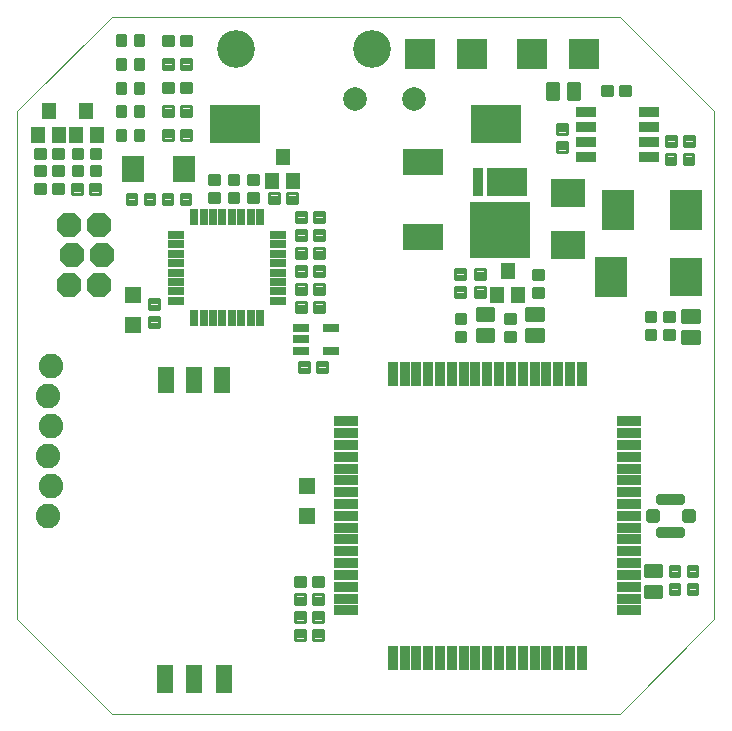
<source format=gts>
G75*
G70*
%OFA0B0*%
%FSLAX24Y24*%
%IPPOS*%
%LPD*%
%AMOC8*
5,1,8,0,0,1.08239X$1,22.5*
%
%ADD10C,0.0000*%
%ADD11R,0.0340X0.0840*%
%ADD12R,0.0840X0.0340*%
%ADD13C,0.0107*%
%ADD14R,0.0552X0.0946*%
%ADD15R,0.0552X0.0867*%
%ADD16R,0.0680X0.0330*%
%ADD17R,0.1080X0.1280*%
%ADD18R,0.1080X0.1330*%
%ADD19C,0.0120*%
%ADD20R,0.1064X0.1340*%
%ADD21R,0.1160X0.0930*%
%ADD22C,0.0190*%
%ADD23C,0.0240*%
%ADD24R,0.0300X0.0580*%
%ADD25R,0.0580X0.0300*%
%ADD26OC8,0.0820*%
%ADD27R,0.1380X0.0880*%
%ADD28C,0.1261*%
%ADD29R,0.1261X0.1261*%
%ADD30R,0.0320X0.0950*%
%ADD31R,0.1340X0.0946*%
%ADD32R,0.2049X0.1852*%
%ADD33R,0.1025X0.1025*%
%ADD34R,0.0552X0.0297*%
%ADD35C,0.0820*%
%ADD36R,0.0480X0.0530*%
%ADD37R,0.0580X0.0580*%
%ADD38C,0.0095*%
%ADD39C,0.0789*%
%ADD40R,0.0780X0.0880*%
D10*
X003294Y001045D02*
X000144Y004194D01*
X000144Y021124D01*
X003294Y024273D01*
X020223Y024273D01*
X023373Y021124D01*
X023373Y004194D01*
X020223Y001045D01*
X003294Y001045D01*
D11*
X012656Y002911D03*
X013050Y002911D03*
X013443Y002911D03*
X013837Y002911D03*
X014231Y002911D03*
X014625Y002911D03*
X015018Y002911D03*
X015412Y002911D03*
X015806Y002911D03*
X016199Y002911D03*
X016593Y002911D03*
X016987Y002911D03*
X017380Y002911D03*
X017774Y002911D03*
X018168Y002911D03*
X018562Y002911D03*
X018955Y002911D03*
X018955Y012360D03*
X018562Y012360D03*
X018168Y012360D03*
X017774Y012360D03*
X017380Y012360D03*
X016987Y012360D03*
X016593Y012360D03*
X016199Y012360D03*
X015806Y012360D03*
X015412Y012360D03*
X015018Y012360D03*
X014625Y012360D03*
X014231Y012360D03*
X013837Y012360D03*
X013443Y012360D03*
X013050Y012360D03*
X012656Y012360D03*
D12*
X011081Y010785D03*
X011081Y010391D03*
X011081Y009998D03*
X011081Y009604D03*
X011081Y009210D03*
X011081Y008816D03*
X011081Y008423D03*
X011081Y008029D03*
X011081Y007635D03*
X011081Y007242D03*
X011081Y006848D03*
X011081Y006454D03*
X011081Y006061D03*
X011081Y005667D03*
X011081Y005273D03*
X011081Y004879D03*
X011081Y004486D03*
X020530Y004486D03*
X020530Y004879D03*
X020530Y005273D03*
X020530Y005667D03*
X020530Y006061D03*
X020530Y006454D03*
X020530Y006848D03*
X020530Y007242D03*
X020530Y007635D03*
X020530Y008029D03*
X020530Y008423D03*
X020530Y008816D03*
X020530Y009210D03*
X020530Y009604D03*
X020530Y009998D03*
X020530Y010391D03*
X020530Y010785D03*
D13*
X021409Y013522D02*
X021409Y013844D01*
X021409Y013522D02*
X021087Y013522D01*
X021087Y013844D01*
X021409Y013844D01*
X021409Y013629D02*
X021087Y013629D01*
X021087Y013736D02*
X021409Y013736D01*
X021409Y013843D02*
X021087Y013843D01*
X021409Y014122D02*
X021409Y014444D01*
X021409Y014122D02*
X021087Y014122D01*
X021087Y014444D01*
X021409Y014444D01*
X021409Y014229D02*
X021087Y014229D01*
X021087Y014336D02*
X021409Y014336D01*
X021409Y014443D02*
X021087Y014443D01*
X022021Y014444D02*
X022021Y014122D01*
X021699Y014122D01*
X021699Y014444D01*
X022021Y014444D01*
X022021Y014229D02*
X021699Y014229D01*
X021699Y014336D02*
X022021Y014336D01*
X022021Y014443D02*
X021699Y014443D01*
X022021Y013844D02*
X022021Y013522D01*
X021699Y013522D01*
X021699Y013844D01*
X022021Y013844D01*
X022021Y013629D02*
X021699Y013629D01*
X021699Y013736D02*
X022021Y013736D01*
X022021Y013843D02*
X021699Y013843D01*
X017656Y014918D02*
X017656Y015240D01*
X017656Y014918D02*
X017334Y014918D01*
X017334Y015240D01*
X017656Y015240D01*
X017656Y015025D02*
X017334Y015025D01*
X017334Y015132D02*
X017656Y015132D01*
X017656Y015239D02*
X017334Y015239D01*
X017656Y015518D02*
X017656Y015840D01*
X017656Y015518D02*
X017334Y015518D01*
X017334Y015840D01*
X017656Y015840D01*
X017656Y015625D02*
X017334Y015625D01*
X017334Y015732D02*
X017656Y015732D01*
X017656Y015839D02*
X017334Y015839D01*
X016394Y014379D02*
X016394Y014057D01*
X016394Y014379D02*
X016716Y014379D01*
X016716Y014057D01*
X016394Y014057D01*
X016394Y014164D02*
X016716Y014164D01*
X016716Y014271D02*
X016394Y014271D01*
X016394Y014378D02*
X016716Y014378D01*
X016394Y013779D02*
X016394Y013457D01*
X016394Y013779D02*
X016716Y013779D01*
X016716Y013457D01*
X016394Y013457D01*
X016394Y013564D02*
X016716Y013564D01*
X016716Y013671D02*
X016394Y013671D01*
X016394Y013778D02*
X016716Y013778D01*
X015410Y014931D02*
X015410Y015253D01*
X015732Y015253D01*
X015732Y014931D01*
X015410Y014931D01*
X015410Y015038D02*
X015732Y015038D01*
X015732Y015145D02*
X015410Y015145D01*
X015410Y015252D02*
X015732Y015252D01*
X015410Y015531D02*
X015410Y015853D01*
X015732Y015853D01*
X015732Y015531D01*
X015410Y015531D01*
X015410Y015638D02*
X015732Y015638D01*
X015732Y015745D02*
X015410Y015745D01*
X015410Y015852D02*
X015732Y015852D01*
X015055Y015856D02*
X015055Y015534D01*
X014733Y015534D01*
X014733Y015856D01*
X015055Y015856D01*
X015055Y015641D02*
X014733Y015641D01*
X014733Y015748D02*
X015055Y015748D01*
X015055Y015855D02*
X014733Y015855D01*
X015055Y015256D02*
X015055Y014934D01*
X014733Y014934D01*
X014733Y015256D01*
X015055Y015256D01*
X015055Y015041D02*
X014733Y015041D01*
X014733Y015148D02*
X015055Y015148D01*
X015055Y015255D02*
X014733Y015255D01*
X014753Y014379D02*
X014753Y014057D01*
X014753Y014379D02*
X015075Y014379D01*
X015075Y014057D01*
X014753Y014057D01*
X014753Y014164D02*
X015075Y014164D01*
X015075Y014271D02*
X014753Y014271D01*
X014753Y014378D02*
X015075Y014378D01*
X014753Y013779D02*
X014753Y013457D01*
X014753Y013779D02*
X015075Y013779D01*
X015075Y013457D01*
X014753Y013457D01*
X014753Y013564D02*
X015075Y013564D01*
X015075Y013671D02*
X014753Y013671D01*
X014753Y013778D02*
X015075Y013778D01*
X010455Y012434D02*
X010133Y012434D01*
X010133Y012756D01*
X010455Y012756D01*
X010455Y012434D01*
X010455Y012541D02*
X010133Y012541D01*
X010133Y012648D02*
X010455Y012648D01*
X010455Y012755D02*
X010133Y012755D01*
X009855Y012434D02*
X009533Y012434D01*
X009533Y012756D01*
X009855Y012756D01*
X009855Y012434D01*
X009855Y012541D02*
X009533Y012541D01*
X009533Y012648D02*
X009855Y012648D01*
X009855Y012755D02*
X009533Y012755D01*
X009439Y014433D02*
X009761Y014433D01*
X009439Y014433D02*
X009439Y014755D01*
X009761Y014755D01*
X009761Y014433D01*
X009761Y014540D02*
X009439Y014540D01*
X009439Y014647D02*
X009761Y014647D01*
X009761Y014754D02*
X009439Y014754D01*
X009439Y015349D02*
X009761Y015349D01*
X009761Y015027D01*
X009439Y015027D01*
X009439Y015349D01*
X009439Y015134D02*
X009761Y015134D01*
X009761Y015241D02*
X009439Y015241D01*
X009439Y015348D02*
X009761Y015348D01*
X009755Y015956D02*
X009433Y015956D01*
X009755Y015956D02*
X009755Y015634D01*
X009433Y015634D01*
X009433Y015956D01*
X009433Y015741D02*
X009755Y015741D01*
X009755Y015848D02*
X009433Y015848D01*
X009433Y015955D02*
X009755Y015955D01*
X009764Y016228D02*
X009442Y016228D01*
X009442Y016550D01*
X009764Y016550D01*
X009764Y016228D01*
X009764Y016335D02*
X009442Y016335D01*
X009442Y016442D02*
X009764Y016442D01*
X009764Y016549D02*
X009442Y016549D01*
X009433Y017156D02*
X009755Y017156D01*
X009755Y016834D01*
X009433Y016834D01*
X009433Y017156D01*
X009433Y016941D02*
X009755Y016941D01*
X009755Y017048D02*
X009433Y017048D01*
X009433Y017155D02*
X009755Y017155D01*
X010033Y017156D02*
X010355Y017156D01*
X010355Y016834D01*
X010033Y016834D01*
X010033Y017156D01*
X010033Y016941D02*
X010355Y016941D01*
X010355Y017048D02*
X010033Y017048D01*
X010033Y017155D02*
X010355Y017155D01*
X010351Y017757D02*
X010029Y017757D01*
X010351Y017757D02*
X010351Y017435D01*
X010029Y017435D01*
X010029Y017757D01*
X010029Y017542D02*
X010351Y017542D01*
X010351Y017649D02*
X010029Y017649D01*
X010029Y017756D02*
X010351Y017756D01*
X009751Y017757D02*
X009429Y017757D01*
X009751Y017757D02*
X009751Y017435D01*
X009429Y017435D01*
X009429Y017757D01*
X009429Y017542D02*
X009751Y017542D01*
X009751Y017649D02*
X009429Y017649D01*
X009429Y017756D02*
X009751Y017756D01*
X009454Y018386D02*
X009132Y018386D01*
X009454Y018386D02*
X009454Y018064D01*
X009132Y018064D01*
X009132Y018386D01*
X009132Y018171D02*
X009454Y018171D01*
X009454Y018278D02*
X009132Y018278D01*
X009132Y018385D02*
X009454Y018385D01*
X008854Y018386D02*
X008532Y018386D01*
X008854Y018386D02*
X008854Y018064D01*
X008532Y018064D01*
X008532Y018386D01*
X008532Y018171D02*
X008854Y018171D01*
X008854Y018278D02*
X008532Y018278D01*
X008532Y018385D02*
X008854Y018385D01*
X007833Y018406D02*
X007833Y018084D01*
X007833Y018406D02*
X008155Y018406D01*
X008155Y018084D01*
X007833Y018084D01*
X007833Y018191D02*
X008155Y018191D01*
X008155Y018298D02*
X007833Y018298D01*
X007833Y018405D02*
X008155Y018405D01*
X007833Y018684D02*
X007833Y019006D01*
X008155Y019006D01*
X008155Y018684D01*
X007833Y018684D01*
X007833Y018791D02*
X008155Y018791D01*
X008155Y018898D02*
X007833Y018898D01*
X007833Y019005D02*
X008155Y019005D01*
X007183Y019006D02*
X007183Y018684D01*
X007183Y019006D02*
X007505Y019006D01*
X007505Y018684D01*
X007183Y018684D01*
X007183Y018791D02*
X007505Y018791D01*
X007505Y018898D02*
X007183Y018898D01*
X007183Y019005D02*
X007505Y019005D01*
X007183Y018406D02*
X007183Y018084D01*
X007183Y018406D02*
X007505Y018406D01*
X007505Y018084D01*
X007183Y018084D01*
X007183Y018191D02*
X007505Y018191D01*
X007505Y018298D02*
X007183Y018298D01*
X007183Y018405D02*
X007505Y018405D01*
X006533Y018406D02*
X006533Y018084D01*
X006533Y018406D02*
X006855Y018406D01*
X006855Y018084D01*
X006533Y018084D01*
X006533Y018191D02*
X006855Y018191D01*
X006855Y018298D02*
X006533Y018298D01*
X006533Y018405D02*
X006855Y018405D01*
X006533Y018684D02*
X006533Y019006D01*
X006855Y019006D01*
X006855Y018684D01*
X006533Y018684D01*
X006533Y018791D02*
X006855Y018791D01*
X006855Y018898D02*
X006533Y018898D01*
X006533Y019005D02*
X006855Y019005D01*
X005905Y018034D02*
X005583Y018034D01*
X005583Y018356D01*
X005905Y018356D01*
X005905Y018034D01*
X005905Y018141D02*
X005583Y018141D01*
X005583Y018248D02*
X005905Y018248D01*
X005905Y018355D02*
X005583Y018355D01*
X005305Y018034D02*
X004983Y018034D01*
X004983Y018356D01*
X005305Y018356D01*
X005305Y018034D01*
X005305Y018141D02*
X004983Y018141D01*
X004983Y018248D02*
X005305Y018248D01*
X005305Y018355D02*
X004983Y018355D01*
X004705Y018356D02*
X004383Y018356D01*
X004705Y018356D02*
X004705Y018034D01*
X004383Y018034D01*
X004383Y018356D01*
X004383Y018141D02*
X004705Y018141D01*
X004705Y018248D02*
X004383Y018248D01*
X004383Y018355D02*
X004705Y018355D01*
X004105Y018356D02*
X003783Y018356D01*
X004105Y018356D02*
X004105Y018034D01*
X003783Y018034D01*
X003783Y018356D01*
X003783Y018141D02*
X004105Y018141D01*
X004105Y018248D02*
X003783Y018248D01*
X003783Y018355D02*
X004105Y018355D01*
X002901Y018376D02*
X002579Y018376D01*
X002579Y018698D01*
X002901Y018698D01*
X002901Y018376D01*
X002901Y018483D02*
X002579Y018483D01*
X002579Y018590D02*
X002901Y018590D01*
X002901Y018697D02*
X002579Y018697D01*
X002301Y018376D02*
X001979Y018376D01*
X001979Y018698D01*
X002301Y018698D01*
X002301Y018376D01*
X002301Y018483D02*
X001979Y018483D01*
X001979Y018590D02*
X002301Y018590D01*
X002301Y018697D02*
X001979Y018697D01*
X001983Y018984D02*
X002305Y018984D01*
X001983Y018984D02*
X001983Y019306D01*
X002305Y019306D01*
X002305Y018984D01*
X002305Y019091D02*
X001983Y019091D01*
X001983Y019198D02*
X002305Y019198D01*
X002305Y019305D02*
X001983Y019305D01*
X001981Y019878D02*
X002303Y019878D01*
X002303Y019556D01*
X001981Y019556D01*
X001981Y019878D01*
X001981Y019663D02*
X002303Y019663D01*
X002303Y019770D02*
X001981Y019770D01*
X001981Y019877D02*
X002303Y019877D01*
X002581Y019878D02*
X002903Y019878D01*
X002903Y019556D01*
X002581Y019556D01*
X002581Y019878D01*
X002581Y019663D02*
X002903Y019663D01*
X002903Y019770D02*
X002581Y019770D01*
X002581Y019877D02*
X002903Y019877D01*
X002905Y018984D02*
X002583Y018984D01*
X002583Y019306D01*
X002905Y019306D01*
X002905Y018984D01*
X002905Y019091D02*
X002583Y019091D01*
X002583Y019198D02*
X002905Y019198D01*
X002905Y019305D02*
X002583Y019305D01*
X001655Y018984D02*
X001333Y018984D01*
X001333Y019306D01*
X001655Y019306D01*
X001655Y018984D01*
X001655Y019091D02*
X001333Y019091D01*
X001333Y019198D02*
X001655Y019198D01*
X001655Y019305D02*
X001333Y019305D01*
X001328Y019878D02*
X001650Y019878D01*
X001650Y019556D01*
X001328Y019556D01*
X001328Y019878D01*
X001328Y019663D02*
X001650Y019663D01*
X001650Y019770D02*
X001328Y019770D01*
X001328Y019877D02*
X001650Y019877D01*
X001050Y019878D02*
X000728Y019878D01*
X001050Y019878D02*
X001050Y019556D01*
X000728Y019556D01*
X000728Y019878D01*
X000728Y019663D02*
X001050Y019663D01*
X001050Y019770D02*
X000728Y019770D01*
X000728Y019877D02*
X001050Y019877D01*
X001055Y018984D02*
X000733Y018984D01*
X000733Y019306D01*
X001055Y019306D01*
X001055Y018984D01*
X001055Y019091D02*
X000733Y019091D01*
X000733Y019198D02*
X001055Y019198D01*
X001055Y019305D02*
X000733Y019305D01*
X000733Y018706D02*
X001055Y018706D01*
X001055Y018384D01*
X000733Y018384D01*
X000733Y018706D01*
X000733Y018491D02*
X001055Y018491D01*
X001055Y018598D02*
X000733Y018598D01*
X000733Y018705D02*
X001055Y018705D01*
X001333Y018706D02*
X001655Y018706D01*
X001655Y018384D01*
X001333Y018384D01*
X001333Y018706D01*
X001333Y018491D02*
X001655Y018491D01*
X001655Y018598D02*
X001333Y018598D01*
X001333Y018705D02*
X001655Y018705D01*
X005001Y020497D02*
X005323Y020497D01*
X005323Y020175D01*
X005001Y020175D01*
X005001Y020497D01*
X005001Y020282D02*
X005323Y020282D01*
X005323Y020389D02*
X005001Y020389D01*
X005001Y020496D02*
X005323Y020496D01*
X005601Y020497D02*
X005923Y020497D01*
X005923Y020175D01*
X005601Y020175D01*
X005601Y020497D01*
X005601Y020282D02*
X005923Y020282D01*
X005923Y020389D02*
X005601Y020389D01*
X005601Y020496D02*
X005923Y020496D01*
X005923Y021285D02*
X005601Y021285D01*
X005923Y021285D02*
X005923Y020963D01*
X005601Y020963D01*
X005601Y021285D01*
X005601Y021070D02*
X005923Y021070D01*
X005923Y021177D02*
X005601Y021177D01*
X005601Y021284D02*
X005923Y021284D01*
X005923Y022072D02*
X005601Y022072D01*
X005923Y022072D02*
X005923Y021750D01*
X005601Y021750D01*
X005601Y022072D01*
X005601Y021857D02*
X005923Y021857D01*
X005923Y021964D02*
X005601Y021964D01*
X005601Y022071D02*
X005923Y022071D01*
X005923Y022537D02*
X005601Y022537D01*
X005601Y022859D01*
X005923Y022859D01*
X005923Y022537D01*
X005923Y022644D02*
X005601Y022644D01*
X005601Y022751D02*
X005923Y022751D01*
X005923Y022858D02*
X005601Y022858D01*
X005323Y022537D02*
X005001Y022537D01*
X005001Y022859D01*
X005323Y022859D01*
X005323Y022537D01*
X005323Y022644D02*
X005001Y022644D01*
X005001Y022751D02*
X005323Y022751D01*
X005323Y022858D02*
X005001Y022858D01*
X005001Y023325D02*
X005323Y023325D01*
X005001Y023325D02*
X005001Y023647D01*
X005323Y023647D01*
X005323Y023325D01*
X005323Y023432D02*
X005001Y023432D01*
X005001Y023539D02*
X005323Y023539D01*
X005323Y023646D02*
X005001Y023646D01*
X005601Y023325D02*
X005923Y023325D01*
X005601Y023325D02*
X005601Y023647D01*
X005923Y023647D01*
X005923Y023325D01*
X005923Y023432D02*
X005601Y023432D01*
X005601Y023539D02*
X005923Y023539D01*
X005923Y023646D02*
X005601Y023646D01*
X005323Y022072D02*
X005001Y022072D01*
X005323Y022072D02*
X005323Y021750D01*
X005001Y021750D01*
X005001Y022072D01*
X005001Y021857D02*
X005323Y021857D01*
X005323Y021964D02*
X005001Y021964D01*
X005001Y022071D02*
X005323Y022071D01*
X005323Y021285D02*
X005001Y021285D01*
X005323Y021285D02*
X005323Y020963D01*
X005001Y020963D01*
X005001Y021285D01*
X005001Y021070D02*
X005323Y021070D01*
X005323Y021177D02*
X005001Y021177D01*
X005001Y021284D02*
X005323Y021284D01*
X010042Y016228D02*
X010364Y016228D01*
X010042Y016228D02*
X010042Y016550D01*
X010364Y016550D01*
X010364Y016228D01*
X010364Y016335D02*
X010042Y016335D01*
X010042Y016442D02*
X010364Y016442D01*
X010364Y016549D02*
X010042Y016549D01*
X010033Y015956D02*
X010355Y015956D01*
X010355Y015634D01*
X010033Y015634D01*
X010033Y015956D01*
X010033Y015741D02*
X010355Y015741D01*
X010355Y015848D02*
X010033Y015848D01*
X010033Y015955D02*
X010355Y015955D01*
X010361Y015349D02*
X010039Y015349D01*
X010361Y015349D02*
X010361Y015027D01*
X010039Y015027D01*
X010039Y015349D01*
X010039Y015134D02*
X010361Y015134D01*
X010361Y015241D02*
X010039Y015241D01*
X010039Y015348D02*
X010361Y015348D01*
X010361Y014433D02*
X010039Y014433D01*
X010039Y014755D01*
X010361Y014755D01*
X010361Y014433D01*
X010361Y014540D02*
X010039Y014540D01*
X010039Y014647D02*
X010361Y014647D01*
X010361Y014754D02*
X010039Y014754D01*
X004533Y014856D02*
X004533Y014534D01*
X004533Y014856D02*
X004855Y014856D01*
X004855Y014534D01*
X004533Y014534D01*
X004533Y014641D02*
X004855Y014641D01*
X004855Y014748D02*
X004533Y014748D01*
X004533Y014855D02*
X004855Y014855D01*
X004533Y014256D02*
X004533Y013934D01*
X004533Y014256D02*
X004855Y014256D01*
X004855Y013934D01*
X004533Y013934D01*
X004533Y014041D02*
X004855Y014041D01*
X004855Y014148D02*
X004533Y014148D01*
X004533Y014255D02*
X004855Y014255D01*
X009407Y005603D02*
X009729Y005603D01*
X009729Y005281D01*
X009407Y005281D01*
X009407Y005603D01*
X009407Y005388D02*
X009729Y005388D01*
X009729Y005495D02*
X009407Y005495D01*
X009407Y005602D02*
X009729Y005602D01*
X010007Y005603D02*
X010329Y005603D01*
X010329Y005281D01*
X010007Y005281D01*
X010007Y005603D01*
X010007Y005388D02*
X010329Y005388D01*
X010329Y005495D02*
X010007Y005495D01*
X010007Y005602D02*
X010329Y005602D01*
X010323Y004700D02*
X010001Y004700D01*
X010001Y005022D01*
X010323Y005022D01*
X010323Y004700D01*
X010323Y004807D02*
X010001Y004807D01*
X010001Y004914D02*
X010323Y004914D01*
X010323Y005021D02*
X010001Y005021D01*
X009723Y004700D02*
X009401Y004700D01*
X009401Y005022D01*
X009723Y005022D01*
X009723Y004700D01*
X009723Y004807D02*
X009401Y004807D01*
X009401Y004914D02*
X009723Y004914D01*
X009723Y005021D02*
X009401Y005021D01*
X009401Y004112D02*
X009723Y004112D01*
X009401Y004112D02*
X009401Y004434D01*
X009723Y004434D01*
X009723Y004112D01*
X009723Y004219D02*
X009401Y004219D01*
X009401Y004326D02*
X009723Y004326D01*
X009723Y004433D02*
X009401Y004433D01*
X009394Y003511D02*
X009716Y003511D01*
X009394Y003511D02*
X009394Y003833D01*
X009716Y003833D01*
X009716Y003511D01*
X009716Y003618D02*
X009394Y003618D01*
X009394Y003725D02*
X009716Y003725D01*
X009716Y003832D02*
X009394Y003832D01*
X009994Y003511D02*
X010316Y003511D01*
X009994Y003511D02*
X009994Y003833D01*
X010316Y003833D01*
X010316Y003511D01*
X010316Y003618D02*
X009994Y003618D01*
X009994Y003725D02*
X010316Y003725D01*
X010316Y003832D02*
X009994Y003832D01*
X010001Y004112D02*
X010323Y004112D01*
X010001Y004112D02*
X010001Y004434D01*
X010323Y004434D01*
X010323Y004112D01*
X010323Y004219D02*
X010001Y004219D01*
X010001Y004326D02*
X010323Y004326D01*
X010323Y004433D02*
X010001Y004433D01*
X022205Y005034D02*
X022205Y005356D01*
X022205Y005034D02*
X021883Y005034D01*
X021883Y005356D01*
X022205Y005356D01*
X022205Y005141D02*
X021883Y005141D01*
X021883Y005248D02*
X022205Y005248D01*
X022205Y005355D02*
X021883Y005355D01*
X022205Y005634D02*
X022205Y005956D01*
X022205Y005634D02*
X021883Y005634D01*
X021883Y005956D01*
X022205Y005956D01*
X022205Y005741D02*
X021883Y005741D01*
X021883Y005848D02*
X022205Y005848D01*
X022205Y005955D02*
X021883Y005955D01*
X022805Y005956D02*
X022805Y005634D01*
X022483Y005634D01*
X022483Y005956D01*
X022805Y005956D01*
X022805Y005741D02*
X022483Y005741D01*
X022483Y005848D02*
X022805Y005848D01*
X022805Y005955D02*
X022483Y005955D01*
X022805Y005356D02*
X022805Y005034D01*
X022483Y005034D01*
X022483Y005356D01*
X022805Y005356D01*
X022805Y005141D02*
X022483Y005141D01*
X022483Y005248D02*
X022805Y005248D01*
X022805Y005355D02*
X022483Y005355D01*
X022354Y019360D02*
X022676Y019360D01*
X022354Y019360D02*
X022354Y019682D01*
X022676Y019682D01*
X022676Y019360D01*
X022676Y019467D02*
X022354Y019467D01*
X022354Y019574D02*
X022676Y019574D01*
X022676Y019681D02*
X022354Y019681D01*
X022076Y019360D02*
X021754Y019360D01*
X021754Y019682D01*
X022076Y019682D01*
X022076Y019360D01*
X022076Y019467D02*
X021754Y019467D01*
X021754Y019574D02*
X022076Y019574D01*
X022076Y019681D02*
X021754Y019681D01*
X021762Y019972D02*
X022084Y019972D01*
X021762Y019972D02*
X021762Y020294D01*
X022084Y020294D01*
X022084Y019972D01*
X022084Y020079D02*
X021762Y020079D01*
X021762Y020186D02*
X022084Y020186D01*
X022084Y020293D02*
X021762Y020293D01*
X022362Y019972D02*
X022684Y019972D01*
X022362Y019972D02*
X022362Y020294D01*
X022684Y020294D01*
X022684Y019972D01*
X022684Y020079D02*
X022362Y020079D01*
X022362Y020186D02*
X022684Y020186D01*
X022684Y020293D02*
X022362Y020293D01*
X020563Y021975D02*
X020241Y021975D01*
X020563Y021975D02*
X020563Y021653D01*
X020241Y021653D01*
X020241Y021975D01*
X020241Y021760D02*
X020563Y021760D01*
X020563Y021867D02*
X020241Y021867D01*
X020241Y021974D02*
X020563Y021974D01*
X019963Y021975D02*
X019641Y021975D01*
X019963Y021975D02*
X019963Y021653D01*
X019641Y021653D01*
X019641Y021975D01*
X019641Y021760D02*
X019963Y021760D01*
X019963Y021867D02*
X019641Y021867D01*
X019641Y021974D02*
X019963Y021974D01*
X018453Y020696D02*
X018453Y020374D01*
X018131Y020374D01*
X018131Y020696D01*
X018453Y020696D01*
X018453Y020481D02*
X018131Y020481D01*
X018131Y020588D02*
X018453Y020588D01*
X018453Y020695D02*
X018131Y020695D01*
X018453Y020096D02*
X018453Y019774D01*
X018131Y019774D01*
X018131Y020096D01*
X018453Y020096D01*
X018453Y019881D02*
X018131Y019881D01*
X018131Y019988D02*
X018453Y019988D01*
X018453Y020095D02*
X018131Y020095D01*
D14*
X007038Y002211D03*
X006014Y002195D03*
X005050Y002211D03*
D15*
X005081Y012152D03*
X006042Y012160D03*
X006971Y012160D03*
D16*
X019080Y019594D03*
X019080Y020094D03*
X019080Y020594D03*
X019080Y021094D03*
X021180Y021094D03*
X021180Y020594D03*
X021180Y020094D03*
X021180Y019594D03*
D17*
X022414Y015593D03*
D18*
X019914Y015593D03*
D19*
X017649Y014525D02*
X017649Y014165D01*
X017139Y014165D01*
X017139Y014525D01*
X017649Y014525D01*
X017649Y014284D02*
X017139Y014284D01*
X017139Y014403D02*
X017649Y014403D01*
X017649Y014522D02*
X017139Y014522D01*
X017649Y013825D02*
X017649Y013465D01*
X017139Y013465D01*
X017139Y013825D01*
X017649Y013825D01*
X017649Y013584D02*
X017139Y013584D01*
X017139Y013703D02*
X017649Y013703D01*
X017649Y013822D02*
X017139Y013822D01*
X015999Y013825D02*
X015999Y013465D01*
X015489Y013465D01*
X015489Y013825D01*
X015999Y013825D01*
X015999Y013584D02*
X015489Y013584D01*
X015489Y013703D02*
X015999Y013703D01*
X015999Y013822D02*
X015489Y013822D01*
X015999Y014165D02*
X015999Y014525D01*
X015999Y014165D02*
X015489Y014165D01*
X015489Y014525D01*
X015999Y014525D01*
X015999Y014284D02*
X015489Y014284D01*
X015489Y014403D02*
X015999Y014403D01*
X015999Y014522D02*
X015489Y014522D01*
X022853Y014463D02*
X022853Y014103D01*
X022343Y014103D01*
X022343Y014463D01*
X022853Y014463D01*
X022853Y014222D02*
X022343Y014222D01*
X022343Y014341D02*
X022853Y014341D01*
X022853Y014460D02*
X022343Y014460D01*
X022853Y013763D02*
X022853Y013403D01*
X022343Y013403D01*
X022343Y013763D01*
X022853Y013763D01*
X022853Y013522D02*
X022343Y013522D01*
X022343Y013641D02*
X022853Y013641D01*
X022853Y013760D02*
X022343Y013760D01*
X021599Y005975D02*
X021599Y005615D01*
X021089Y005615D01*
X021089Y005975D01*
X021599Y005975D01*
X021599Y005734D02*
X021089Y005734D01*
X021089Y005853D02*
X021599Y005853D01*
X021599Y005972D02*
X021089Y005972D01*
X021599Y005275D02*
X021599Y004915D01*
X021089Y004915D01*
X021089Y005275D01*
X021599Y005275D01*
X021599Y005034D02*
X021089Y005034D01*
X021089Y005153D02*
X021599Y005153D01*
X021599Y005272D02*
X021089Y005272D01*
X018878Y021532D02*
X018518Y021532D01*
X018518Y022042D01*
X018878Y022042D01*
X018878Y021532D01*
X018878Y021651D02*
X018518Y021651D01*
X018518Y021770D02*
X018878Y021770D01*
X018878Y021889D02*
X018518Y021889D01*
X018518Y022008D02*
X018878Y022008D01*
X018178Y021532D02*
X017818Y021532D01*
X017818Y022042D01*
X018178Y022042D01*
X018178Y021532D01*
X018178Y021651D02*
X017818Y021651D01*
X017818Y021770D02*
X018178Y021770D01*
X018178Y021889D02*
X017818Y021889D01*
X017818Y022008D02*
X018178Y022008D01*
D20*
X020175Y017842D03*
X022419Y017842D03*
D21*
X018482Y018401D03*
X018482Y016661D03*
D22*
X021517Y008090D02*
X022307Y008090D01*
X021517Y008090D02*
X021517Y008280D01*
X022307Y008280D01*
X022307Y008090D01*
X022307Y008279D02*
X021517Y008279D01*
X021517Y006990D02*
X022307Y006990D01*
X021517Y006990D02*
X021517Y007180D01*
X022307Y007180D01*
X022307Y006990D01*
X022307Y007179D02*
X021517Y007179D01*
D23*
X021432Y007755D02*
X021192Y007755D01*
X021432Y007755D02*
X021432Y007515D01*
X021192Y007515D01*
X021192Y007755D01*
X021192Y007754D02*
X021432Y007754D01*
X022392Y007755D02*
X022632Y007755D01*
X022632Y007515D01*
X022392Y007515D01*
X022392Y007755D01*
X022392Y007754D02*
X022632Y007754D01*
D24*
X008238Y014215D03*
X007923Y014215D03*
X007608Y014215D03*
X007293Y014215D03*
X006978Y014215D03*
X006663Y014215D03*
X006348Y014215D03*
X006033Y014215D03*
X006033Y017595D03*
X006348Y017595D03*
X006663Y017595D03*
X006978Y017595D03*
X007293Y017595D03*
X007608Y017595D03*
X007923Y017595D03*
X008238Y017595D03*
D25*
X008826Y017007D03*
X008826Y016692D03*
X008826Y016377D03*
X008826Y016062D03*
X008826Y015747D03*
X008826Y015432D03*
X008826Y015117D03*
X008826Y014802D03*
X005446Y014802D03*
X005446Y015117D03*
X005446Y015432D03*
X005446Y015747D03*
X005446Y016062D03*
X005446Y016377D03*
X005446Y016692D03*
X005446Y017007D03*
D26*
X002979Y016347D03*
X001979Y016347D03*
X001879Y015347D03*
X002879Y015347D03*
X002879Y017347D03*
X001879Y017347D03*
D27*
X013677Y016926D03*
X013677Y019426D03*
D28*
X011959Y023182D03*
X007427Y023182D03*
D29*
X007597Y020701D03*
X007203Y020701D03*
X015891Y020701D03*
X016284Y020701D03*
D30*
X015480Y018776D03*
D31*
X016466Y018769D03*
D32*
X016230Y017155D03*
D33*
X015302Y023045D03*
X013569Y023045D03*
X017287Y023047D03*
X019019Y023047D03*
D34*
X010604Y013889D03*
X010604Y013141D03*
X009580Y013141D03*
X009580Y013515D03*
X009580Y013889D03*
D35*
X001268Y012620D03*
X001168Y011620D03*
X001268Y010620D03*
X001168Y009620D03*
X001268Y008620D03*
X001168Y007620D03*
D36*
X008644Y018795D03*
X009344Y018795D03*
X008994Y019595D03*
X002794Y020345D03*
X002094Y020345D03*
X001544Y020345D03*
X000844Y020345D03*
X001194Y021145D03*
X002444Y021145D03*
X016144Y014995D03*
X016844Y014995D03*
X016494Y015795D03*
D37*
X009794Y008645D03*
X009794Y007645D03*
X003994Y013995D03*
X003994Y014995D03*
D38*
X004051Y020168D02*
X004337Y020168D01*
X004051Y020168D02*
X004051Y020504D01*
X004337Y020504D01*
X004337Y020168D01*
X004337Y020262D02*
X004051Y020262D01*
X004051Y020356D02*
X004337Y020356D01*
X004337Y020450D02*
X004051Y020450D01*
X003737Y020168D02*
X003451Y020168D01*
X003451Y020504D01*
X003737Y020504D01*
X003737Y020168D01*
X003737Y020262D02*
X003451Y020262D01*
X003451Y020356D02*
X003737Y020356D01*
X003737Y020450D02*
X003451Y020450D01*
X003451Y020956D02*
X003737Y020956D01*
X003451Y020956D02*
X003451Y021292D01*
X003737Y021292D01*
X003737Y020956D01*
X003737Y021050D02*
X003451Y021050D01*
X003451Y021144D02*
X003737Y021144D01*
X003737Y021238D02*
X003451Y021238D01*
X003451Y021743D02*
X003737Y021743D01*
X003451Y021743D02*
X003451Y022079D01*
X003737Y022079D01*
X003737Y021743D01*
X003737Y021837D02*
X003451Y021837D01*
X003451Y021931D02*
X003737Y021931D01*
X003737Y022025D02*
X003451Y022025D01*
X003451Y022530D02*
X003737Y022530D01*
X003451Y022530D02*
X003451Y022866D01*
X003737Y022866D01*
X003737Y022530D01*
X003737Y022624D02*
X003451Y022624D01*
X003451Y022718D02*
X003737Y022718D01*
X003737Y022812D02*
X003451Y022812D01*
X003451Y023318D02*
X003737Y023318D01*
X003451Y023318D02*
X003451Y023654D01*
X003737Y023654D01*
X003737Y023318D01*
X003737Y023412D02*
X003451Y023412D01*
X003451Y023506D02*
X003737Y023506D01*
X003737Y023600D02*
X003451Y023600D01*
X004051Y023318D02*
X004337Y023318D01*
X004051Y023318D02*
X004051Y023654D01*
X004337Y023654D01*
X004337Y023318D01*
X004337Y023412D02*
X004051Y023412D01*
X004051Y023506D02*
X004337Y023506D01*
X004337Y023600D02*
X004051Y023600D01*
X004051Y022530D02*
X004337Y022530D01*
X004051Y022530D02*
X004051Y022866D01*
X004337Y022866D01*
X004337Y022530D01*
X004337Y022624D02*
X004051Y022624D01*
X004051Y022718D02*
X004337Y022718D01*
X004337Y022812D02*
X004051Y022812D01*
X004051Y021743D02*
X004337Y021743D01*
X004051Y021743D02*
X004051Y022079D01*
X004337Y022079D01*
X004337Y021743D01*
X004337Y021837D02*
X004051Y021837D01*
X004051Y021931D02*
X004337Y021931D01*
X004337Y022025D02*
X004051Y022025D01*
X004051Y020956D02*
X004337Y020956D01*
X004051Y020956D02*
X004051Y021292D01*
X004337Y021292D01*
X004337Y020956D01*
X004337Y021050D02*
X004051Y021050D01*
X004051Y021144D02*
X004337Y021144D01*
X004337Y021238D02*
X004051Y021238D01*
D39*
X011394Y021545D03*
X013378Y021545D03*
D40*
X005694Y019195D03*
X003994Y019195D03*
M02*

</source>
